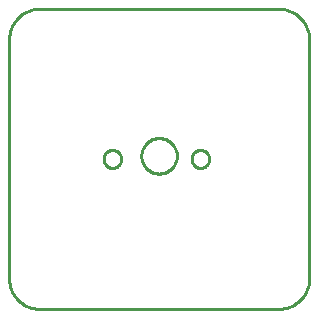
<source format=gbr>
G04 EAGLE Gerber RS-274X export*
G75*
%MOMM*%
%FSLAX34Y34*%
%LPD*%
%IN*%
%IPPOS*%
%AMOC8*
5,1,8,0,0,1.08239X$1,22.5*%
G01*
%ADD10C,0.254000*%


D10*
X0Y25400D02*
X97Y23186D01*
X386Y20989D01*
X865Y18826D01*
X1532Y16713D01*
X2380Y14666D01*
X3403Y12700D01*
X4594Y10831D01*
X5942Y9073D01*
X7440Y7440D01*
X9073Y5942D01*
X10831Y4594D01*
X12700Y3403D01*
X14666Y2380D01*
X16713Y1532D01*
X18826Y865D01*
X20989Y386D01*
X23186Y97D01*
X25400Y0D01*
X228600Y0D01*
X230814Y97D01*
X233011Y386D01*
X235174Y865D01*
X237287Y1532D01*
X239335Y2380D01*
X241300Y3403D01*
X243169Y4594D01*
X244927Y5942D01*
X246561Y7440D01*
X248058Y9073D01*
X249406Y10831D01*
X250597Y12700D01*
X251620Y14666D01*
X252468Y16713D01*
X253135Y18826D01*
X253614Y20989D01*
X253903Y23186D01*
X254000Y25400D01*
X254000Y228600D01*
X253903Y230814D01*
X253614Y233011D01*
X253135Y235174D01*
X252468Y237287D01*
X251620Y239335D01*
X250597Y241300D01*
X249406Y243169D01*
X248058Y244927D01*
X246561Y246561D01*
X244927Y248058D01*
X243169Y249406D01*
X241300Y250597D01*
X239335Y251620D01*
X237287Y252468D01*
X235174Y253135D01*
X233011Y253614D01*
X230814Y253903D01*
X228600Y254000D01*
X25400Y254000D01*
X23186Y253903D01*
X20989Y253614D01*
X18826Y253135D01*
X16713Y252468D01*
X14666Y251620D01*
X12700Y250597D01*
X10831Y249406D01*
X9073Y248058D01*
X7440Y246561D01*
X5942Y244927D01*
X4594Y243169D01*
X3403Y241300D01*
X2380Y239335D01*
X1532Y237287D01*
X865Y235174D01*
X386Y233011D01*
X97Y230814D01*
X0Y228600D01*
X0Y25400D01*
X112000Y130156D02*
X112076Y131224D01*
X112229Y132285D01*
X112457Y133332D01*
X112759Y134360D01*
X113133Y135364D01*
X113578Y136339D01*
X114092Y137279D01*
X114671Y138180D01*
X115313Y139038D01*
X116015Y139848D01*
X116772Y140605D01*
X117582Y141307D01*
X118440Y141949D01*
X119341Y142528D01*
X120281Y143042D01*
X121256Y143487D01*
X122260Y143861D01*
X123288Y144163D01*
X124335Y144391D01*
X125396Y144544D01*
X126464Y144620D01*
X127536Y144620D01*
X128604Y144544D01*
X129665Y144391D01*
X130712Y144163D01*
X131740Y143861D01*
X132744Y143487D01*
X133719Y143042D01*
X134659Y142528D01*
X135560Y141949D01*
X136418Y141307D01*
X137228Y140605D01*
X137985Y139848D01*
X138687Y139038D01*
X139329Y138180D01*
X139908Y137279D01*
X140422Y136339D01*
X140867Y135364D01*
X141241Y134360D01*
X141543Y133332D01*
X141771Y132285D01*
X141924Y131224D01*
X142000Y130156D01*
X142000Y129084D01*
X141924Y128016D01*
X141771Y126955D01*
X141543Y125908D01*
X141241Y124880D01*
X140867Y123876D01*
X140422Y122901D01*
X139908Y121961D01*
X139329Y121060D01*
X138687Y120202D01*
X137985Y119392D01*
X137228Y118635D01*
X136418Y117933D01*
X135560Y117291D01*
X134659Y116712D01*
X133719Y116198D01*
X132744Y115753D01*
X131740Y115379D01*
X130712Y115077D01*
X129665Y114849D01*
X128604Y114696D01*
X127536Y114620D01*
X126464Y114620D01*
X125396Y114696D01*
X124335Y114849D01*
X123288Y115077D01*
X122260Y115379D01*
X121256Y115753D01*
X120281Y116198D01*
X119341Y116712D01*
X118440Y117291D01*
X117582Y117933D01*
X116772Y118635D01*
X116015Y119392D01*
X115313Y120202D01*
X114671Y121060D01*
X114092Y121961D01*
X113578Y122901D01*
X113133Y123876D01*
X112759Y124880D01*
X112457Y125908D01*
X112229Y126955D01*
X112076Y128016D01*
X112000Y129084D01*
X112000Y130156D01*
X80000Y126632D02*
X80072Y125898D01*
X80216Y125175D01*
X80430Y124470D01*
X80712Y123789D01*
X81059Y123140D01*
X81469Y122527D01*
X81936Y121957D01*
X82457Y121436D01*
X83027Y120969D01*
X83640Y120559D01*
X84289Y120212D01*
X84970Y119930D01*
X85675Y119716D01*
X86398Y119572D01*
X87132Y119500D01*
X87868Y119500D01*
X88602Y119572D01*
X89325Y119716D01*
X90030Y119930D01*
X90711Y120212D01*
X91360Y120559D01*
X91973Y120969D01*
X92543Y121436D01*
X93064Y121957D01*
X93531Y122527D01*
X93941Y123140D01*
X94288Y123789D01*
X94570Y124470D01*
X94784Y125175D01*
X94928Y125898D01*
X95000Y126632D01*
X95000Y127368D01*
X94928Y128102D01*
X94784Y128825D01*
X94570Y129530D01*
X94288Y130211D01*
X93941Y130860D01*
X93531Y131473D01*
X93064Y132043D01*
X92543Y132564D01*
X91973Y133031D01*
X91360Y133441D01*
X90711Y133788D01*
X90030Y134070D01*
X89325Y134284D01*
X88602Y134428D01*
X87868Y134500D01*
X87132Y134500D01*
X86398Y134428D01*
X85675Y134284D01*
X84970Y134070D01*
X84289Y133788D01*
X83640Y133441D01*
X83027Y133031D01*
X82457Y132564D01*
X81936Y132043D01*
X81469Y131473D01*
X81059Y130860D01*
X80712Y130211D01*
X80430Y129530D01*
X80216Y128825D01*
X80072Y128102D01*
X80000Y127368D01*
X80000Y126632D01*
X154500Y126632D02*
X154572Y125898D01*
X154716Y125175D01*
X154930Y124470D01*
X155212Y123789D01*
X155559Y123140D01*
X155969Y122527D01*
X156436Y121957D01*
X156957Y121436D01*
X157527Y120969D01*
X158140Y120559D01*
X158789Y120212D01*
X159470Y119930D01*
X160175Y119716D01*
X160898Y119572D01*
X161632Y119500D01*
X162368Y119500D01*
X163102Y119572D01*
X163825Y119716D01*
X164530Y119930D01*
X165211Y120212D01*
X165860Y120559D01*
X166473Y120969D01*
X167043Y121436D01*
X167564Y121957D01*
X168031Y122527D01*
X168441Y123140D01*
X168788Y123789D01*
X169070Y124470D01*
X169284Y125175D01*
X169428Y125898D01*
X169500Y126632D01*
X169500Y127368D01*
X169428Y128102D01*
X169284Y128825D01*
X169070Y129530D01*
X168788Y130211D01*
X168441Y130860D01*
X168031Y131473D01*
X167564Y132043D01*
X167043Y132564D01*
X166473Y133031D01*
X165860Y133441D01*
X165211Y133788D01*
X164530Y134070D01*
X163825Y134284D01*
X163102Y134428D01*
X162368Y134500D01*
X161632Y134500D01*
X160898Y134428D01*
X160175Y134284D01*
X159470Y134070D01*
X158789Y133788D01*
X158140Y133441D01*
X157527Y133031D01*
X156957Y132564D01*
X156436Y132043D01*
X155969Y131473D01*
X155559Y130860D01*
X155212Y130211D01*
X154930Y129530D01*
X154716Y128825D01*
X154572Y128102D01*
X154500Y127368D01*
X154500Y126632D01*
M02*

</source>
